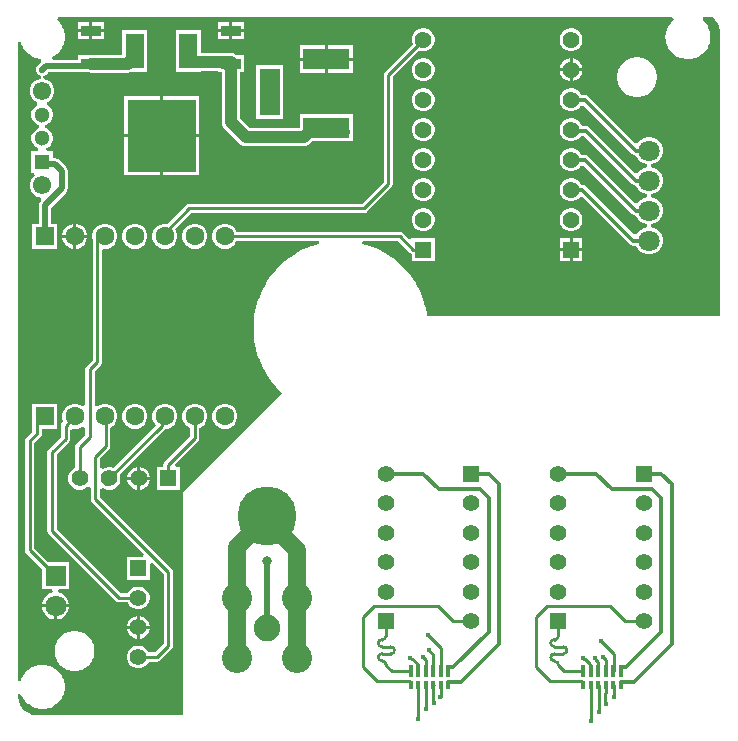
<source format=gbr>
%TF.GenerationSoftware,Altium Limited,Altium Designer,22.7.1 (60)*%
G04 Layer_Physical_Order=1*
G04 Layer_Color=255*
%FSLAX45Y45*%
%MOMM*%
%TF.SameCoordinates,61DBAAF2-DE87-4E8A-AD11-02536D302051*%
%TF.FilePolarity,Positive*%
%TF.FileFunction,Copper,L1,Top,Signal*%
%TF.Part,Single*%
G01*
G75*
%TA.AperFunction,Conductor*%
%ADD10C,0.25000*%
%TA.AperFunction,SMDPad,CuDef*%
%ADD11R,1.70000X0.95000*%
%ADD12R,1.60000X3.00000*%
%ADD13R,5.80000X6.20000*%
%ADD14R,0.38100X0.76200*%
%ADD15R,0.38100X1.01600*%
%TA.AperFunction,Conductor*%
%ADD16C,1.00000*%
%ADD17C,0.50000*%
%ADD18C,0.25400*%
%ADD19C,0.30000*%
%ADD20C,0.20320*%
%ADD21C,1.50000*%
%TA.AperFunction,ComponentPad*%
%ADD22C,1.55000*%
%ADD23C,1.30000*%
%ADD24R,1.30000X1.30000*%
%ADD25R,1.42500X1.42500*%
%ADD26C,1.42500*%
%ADD27C,1.80000*%
%ADD28R,4.00000X1.80000*%
%ADD29R,1.80000X4.00000*%
%ADD30C,1.40000*%
%ADD31R,1.40000X1.40000*%
%ADD32R,1.40000X1.40000*%
%ADD33C,2.25000*%
%ADD34C,2.55000*%
%ADD35C,1.60000*%
%ADD36R,1.60000X1.60000*%
%ADD37R,1.80000X1.80000*%
%TA.AperFunction,ViaPad*%
%ADD38C,0.38100*%
%ADD39C,0.56000*%
%ADD40C,0.45000*%
%ADD41C,5.00000*%
%ADD42C,0.80000*%
G36*
X6716244Y6730532D02*
X6740397Y6706729D01*
X6759497Y6678710D01*
X6772825Y6647529D01*
X6779879Y6614359D01*
X6780135Y6597407D01*
X6780691Y6594821D01*
X6780569Y6592178D01*
X6780701Y6591303D01*
Y4198097D01*
X4300376D01*
X4299953Y4202393D01*
X4299393Y4204237D01*
Y4206164D01*
X4285975Y4273620D01*
X4285238Y4275400D01*
X4285049Y4277318D01*
X4265084Y4343134D01*
X4264176Y4344834D01*
X4263800Y4346723D01*
X4237480Y4410265D01*
X4236409Y4411867D01*
X4235850Y4413712D01*
X4203428Y4474368D01*
X4202206Y4475858D01*
X4201468Y4477638D01*
X4163258Y4534824D01*
X4161895Y4536187D01*
X4160987Y4537887D01*
X4117354Y4591052D01*
X4115865Y4592275D01*
X4114794Y4593877D01*
X4066161Y4642510D01*
X4064559Y4643580D01*
X4063337Y4645070D01*
X4010171Y4688702D01*
X4008471Y4689611D01*
X4007109Y4690973D01*
X3949922Y4729184D01*
X3948142Y4729921D01*
X3946653Y4731144D01*
X3885996Y4763565D01*
X3884152Y4764125D01*
X3882550Y4765195D01*
X3819008Y4791515D01*
X3817118Y4791891D01*
X3815418Y4792800D01*
X3749603Y4812765D01*
X3753253Y4837421D01*
X4051954D01*
X4154344Y4735031D01*
X4166947Y4726611D01*
X4169311Y4726140D01*
Y4665849D01*
X4362611D01*
Y4859149D01*
X4169311D01*
Y4859150D01*
X4148656Y4850594D01*
X4095514Y4903736D01*
X4082911Y4912157D01*
X4068045Y4915114D01*
X2685508D01*
X2685016Y4916951D01*
X2671140Y4940985D01*
X2651517Y4960609D01*
X2627482Y4974485D01*
X2600676Y4981668D01*
X2572923D01*
X2546117Y4974485D01*
X2522082Y4960609D01*
X2502459Y4940985D01*
X2488583Y4916951D01*
X2481400Y4890144D01*
Y4862392D01*
X2488583Y4835585D01*
X2502459Y4811551D01*
X2522082Y4791927D01*
X2546117Y4778051D01*
X2572923Y4770868D01*
X2600676D01*
X2627482Y4778051D01*
X2651517Y4791927D01*
X2671140Y4811551D01*
X2685016Y4835585D01*
X2685508Y4837421D01*
X3382815D01*
X3386466Y4812764D01*
X3320650Y4792800D01*
X3318950Y4791891D01*
X3317061Y4791515D01*
X3253519Y4765195D01*
X3251917Y4764125D01*
X3250073Y4763565D01*
X3189416Y4731144D01*
X3187927Y4729921D01*
X3186147Y4729184D01*
X3128960Y4690973D01*
X3127598Y4689611D01*
X3125898Y4688702D01*
X3072732Y4645070D01*
X3071509Y4643580D01*
X3069908Y4642510D01*
X3021274Y4593877D01*
X3020204Y4592275D01*
X3018714Y4591052D01*
X2975082Y4537887D01*
X2974174Y4536187D01*
X2972811Y4534824D01*
X2934600Y4477638D01*
X2933863Y4475858D01*
X2932641Y4474368D01*
X2900219Y4413712D01*
X2899660Y4411867D01*
X2898589Y4410265D01*
X2872269Y4346723D01*
X2871893Y4344833D01*
X2870985Y4343134D01*
X2851020Y4277318D01*
X2850831Y4275400D01*
X2850094Y4273620D01*
X2836676Y4206164D01*
Y4204237D01*
X2836116Y4202393D01*
X2829375Y4133946D01*
X2829564Y4132028D01*
X2829188Y4130139D01*
Y4061361D01*
X2829564Y4059472D01*
X2829375Y4057554D01*
X2836116Y3989107D01*
X2836676Y3987263D01*
Y3985336D01*
X2850094Y3917880D01*
X2850831Y3916099D01*
X2851020Y3914182D01*
X2870985Y3848366D01*
X2871893Y3846666D01*
X2872269Y3844777D01*
X2898589Y3781235D01*
X2899660Y3779632D01*
X2900219Y3777788D01*
X2932641Y3717132D01*
X2933863Y3715642D01*
X2934600Y3713862D01*
X2972811Y3656675D01*
X2974174Y3655313D01*
X2975082Y3653613D01*
X3018714Y3600447D01*
X3020204Y3599225D01*
X3021274Y3597623D01*
X3069907Y3548990D01*
X3054553Y3529731D01*
X2231903Y2707080D01*
Y825500D01*
X959085Y825500D01*
X955743Y826160D01*
X924370Y839030D01*
X896073Y857719D01*
X871921Y881521D01*
X852822Y909539D01*
X839493Y940721D01*
X832440Y973890D01*
X832183Y990842D01*
X835694Y995998D01*
X842312Y997268D01*
X862730Y993272D01*
X864496Y992076D01*
X872678Y973544D01*
X874876Y970413D01*
X876421Y966912D01*
X893533Y942539D01*
X896300Y939897D01*
X898499Y936765D01*
X920038Y916198D01*
X923267Y914146D01*
X926034Y911504D01*
X951171Y895534D01*
X954739Y894151D01*
X957968Y892100D01*
X985738Y881341D01*
X989506Y880681D01*
X993074Y879298D01*
X1022409Y874164D01*
X1026235Y874252D01*
X1030003Y873593D01*
X1044438Y873926D01*
X1058536Y873925D01*
X1062289Y874672D01*
X1066115D01*
X1094643Y880346D01*
X1098178Y881810D01*
X1101931Y882556D01*
X1128804Y893687D01*
X1131986Y895813D01*
X1135520Y897277D01*
X1159705Y913437D01*
X1162411Y916142D01*
X1165592Y918268D01*
X1186160Y938836D01*
X1188285Y942017D01*
X1190991Y944723D01*
X1207150Y968907D01*
X1208615Y972442D01*
X1210740Y975623D01*
X1221871Y1002496D01*
X1222618Y1006249D01*
X1224082Y1009784D01*
X1229756Y1038313D01*
Y1042139D01*
X1230502Y1045891D01*
X1230502Y1060435D01*
X1230501Y1060439D01*
X1230502Y1074977D01*
X1229756Y1078729D01*
Y1082556D01*
X1224081Y1111085D01*
X1222617Y1114620D01*
X1221871Y1118372D01*
X1210740Y1145246D01*
X1208615Y1148427D01*
X1207150Y1151963D01*
X1190989Y1176149D01*
X1188284Y1178855D01*
X1186158Y1182036D01*
X1165590Y1202605D01*
X1162408Y1204730D01*
X1159703Y1207436D01*
X1135517Y1223596D01*
X1131981Y1225061D01*
X1128801Y1227186D01*
X1101927Y1238318D01*
X1098174Y1239064D01*
X1094639Y1240528D01*
X1066109Y1246203D01*
X1062283D01*
X1058531Y1246949D01*
X1044239Y1246949D01*
X1029992Y1247277D01*
X1026223Y1246617D01*
X1022398Y1246705D01*
X993064Y1241569D01*
X989496Y1240186D01*
X985727Y1239526D01*
X957958Y1228765D01*
X954730Y1226714D01*
X951162Y1225331D01*
X926026Y1209360D01*
X923258Y1206717D01*
X920029Y1204666D01*
X898492Y1184097D01*
X896294Y1180966D01*
X893527Y1178324D01*
X876416Y1153949D01*
X874871Y1150449D01*
X872673Y1147317D01*
X860646Y1120073D01*
X859813Y1116339D01*
X858268Y1112838D01*
X857018Y1107231D01*
X831618Y1110028D01*
Y6518094D01*
X857018Y6520891D01*
X859109Y6511515D01*
X860654Y6508015D01*
X861487Y6504281D01*
X873515Y6477037D01*
X875714Y6473906D01*
X877259Y6470406D01*
X894371Y6446032D01*
X897138Y6443390D01*
X899337Y6440258D01*
X920875Y6419691D01*
X924105Y6417639D01*
X926871Y6414997D01*
X952009Y6399027D01*
X955576Y6397645D01*
X958806Y6395593D01*
X986575Y6384834D01*
X990343Y6384174D01*
X993912Y6382792D01*
X1023247Y6377657D01*
X1024669Y6377690D01*
X1028845Y6373049D01*
X1031837Y6365118D01*
X1032952Y6351728D01*
X1015389Y6334165D01*
X1009609Y6331770D01*
X994587Y6316749D01*
X986458Y6297122D01*
Y6275878D01*
X994587Y6256251D01*
X1009609Y6241230D01*
X1026151Y6234378D01*
X1029235Y6233100D01*
X1027546Y6208400D01*
X1026311D01*
X1000140Y6201387D01*
X976676Y6187840D01*
X957517Y6168682D01*
X943970Y6145218D01*
X936958Y6119047D01*
Y6091953D01*
X943970Y6065782D01*
X957517Y6042318D01*
X976676Y6023159D01*
X995675Y6012190D01*
X995683Y6012169D01*
X997664Y5995150D01*
X995836Y5984469D01*
X984350Y5977838D01*
X967519Y5961007D01*
X955618Y5940393D01*
X949457Y5917401D01*
Y5893599D01*
X955618Y5870607D01*
X967519Y5849993D01*
X984350Y5833162D01*
X1004964Y5821261D01*
X1014714Y5818648D01*
Y5792352D01*
X1004965Y5789740D01*
X984351Y5777839D01*
X967520Y5761008D01*
X955618Y5740394D01*
X949458Y5717402D01*
Y5693599D01*
X955618Y5670608D01*
X967520Y5649994D01*
X984351Y5633163D01*
X1004964Y5621261D01*
X1001474Y5595901D01*
X949458D01*
Y5415101D01*
X973092D01*
X979897Y5389701D01*
X976676Y5387841D01*
X957518Y5368682D01*
X943970Y5345218D01*
X936958Y5319048D01*
Y5291953D01*
X943970Y5265782D01*
X957518Y5242318D01*
X976676Y5223160D01*
X1000140Y5209613D01*
X1021326Y5203936D01*
X1028516Y5189268D01*
X1030511Y5177200D01*
X1026464Y5173153D01*
X1015325Y5156482D01*
X1011413Y5136817D01*
Y4981667D01*
X957400D01*
Y4770868D01*
X1168200D01*
Y4981667D01*
X1114188D01*
Y5115532D01*
X1242836Y5244181D01*
X1253976Y5260852D01*
X1257887Y5280517D01*
Y5429250D01*
X1253976Y5448915D01*
X1242836Y5465586D01*
X1186904Y5521518D01*
X1170233Y5532658D01*
X1150568Y5536569D01*
X1130257D01*
Y5595901D01*
X1078242D01*
X1074751Y5621261D01*
X1095365Y5633163D01*
X1112196Y5649994D01*
X1124097Y5670608D01*
X1130258Y5693599D01*
Y5717402D01*
X1124097Y5740394D01*
X1112196Y5761008D01*
X1095365Y5777839D01*
X1074751Y5789740D01*
X1065001Y5792352D01*
Y5818649D01*
X1074750Y5821261D01*
X1095364Y5833162D01*
X1112195Y5849993D01*
X1124097Y5870607D01*
X1130257Y5893599D01*
Y5917401D01*
X1124097Y5940393D01*
X1112195Y5961007D01*
X1095364Y5977838D01*
X1083878Y5984469D01*
X1082051Y5995151D01*
X1084032Y6012170D01*
X1084040Y6012190D01*
X1103040Y6023159D01*
X1122198Y6042318D01*
X1135745Y6065782D01*
X1142758Y6091953D01*
Y6119047D01*
X1135745Y6145218D01*
X1122198Y6168682D01*
X1103040Y6187840D01*
X1079576Y6201387D01*
X1053405Y6208400D01*
X1052170D01*
X1050480Y6233100D01*
X1053564Y6234377D01*
X1070106Y6241230D01*
X1085128Y6256251D01*
X1086760Y6260190D01*
X1093432Y6266863D01*
X1341958D01*
Y6264100D01*
X1431324D01*
X1432674Y6263541D01*
X1452358Y6260950D01*
X1766784D01*
X1786468Y6263541D01*
X1801699Y6269850D01*
X1927184D01*
Y6620650D01*
X1716385D01*
Y6413051D01*
X1452358D01*
X1432674Y6410460D01*
X1431324Y6409900D01*
X1341958D01*
Y6369637D01*
X1129520D01*
X1124468Y6395037D01*
X1129641Y6397180D01*
X1132823Y6399306D01*
X1136358Y6400770D01*
X1160543Y6416930D01*
X1163248Y6419636D01*
X1166429Y6421761D01*
X1186997Y6442329D01*
X1189123Y6445510D01*
X1191828Y6448216D01*
X1207988Y6472401D01*
X1209452Y6475935D01*
X1211578Y6479117D01*
X1222709Y6505990D01*
X1223455Y6509742D01*
X1224920Y6513278D01*
X1230594Y6541806D01*
Y6545632D01*
X1231340Y6549384D01*
X1231340Y6563928D01*
X1231339Y6563932D01*
X1231339Y6578470D01*
X1230593Y6582222D01*
Y6586049D01*
X1224919Y6614578D01*
X1223454Y6618113D01*
X1222708Y6621866D01*
X1211577Y6648740D01*
X1209452Y6651920D01*
X1207987Y6655456D01*
X1191827Y6679642D01*
X1189121Y6682348D01*
X1186996Y6685529D01*
X1166925Y6705600D01*
X1167124Y6712771D01*
X1167689Y6718184D01*
X1170432Y6724332D01*
X1175353Y6731000D01*
X5559588Y6731000D01*
X6372816D01*
X6386279Y6708976D01*
X6386224Y6705600D01*
X6364819Y6685158D01*
X6362621Y6682027D01*
X6359853Y6679384D01*
X6342743Y6655009D01*
X6341198Y6651509D01*
X6338999Y6648378D01*
X6326972Y6621133D01*
X6326140Y6617399D01*
X6324595Y6613899D01*
X6318114Y6584831D01*
X6318026Y6581006D01*
X6317194Y6577272D01*
X6316851Y6562385D01*
X6316929Y6561937D01*
X6316841Y6561491D01*
X6316930Y6561043D01*
X6316851Y6560595D01*
X6317195Y6545709D01*
X6318028Y6541974D01*
X6318116Y6538150D01*
X6324598Y6509082D01*
X6326143Y6505582D01*
X6326976Y6501848D01*
X6339005Y6474604D01*
X6341203Y6471473D01*
X6342748Y6467973D01*
X6359860Y6443599D01*
X6362627Y6440957D01*
X6364826Y6437825D01*
X6386364Y6417258D01*
X6389594Y6415206D01*
X6392361Y6412564D01*
X6417498Y6396594D01*
X6421066Y6395212D01*
X6424295Y6393160D01*
X6452065Y6382401D01*
X6455833Y6381741D01*
X6459401Y6380359D01*
X6488736Y6375224D01*
X6492562Y6375313D01*
X6496330Y6374653D01*
X6510764Y6374986D01*
X6524863Y6374986D01*
X6528615Y6375732D01*
X6532442D01*
X6560970Y6381406D01*
X6564505Y6382870D01*
X6568258Y6383617D01*
X6595131Y6394747D01*
X6598312Y6396873D01*
X6601847Y6398337D01*
X6626032Y6414497D01*
X6628737Y6417203D01*
X6631919Y6419329D01*
X6652486Y6439896D01*
X6654612Y6443077D01*
X6657317Y6445783D01*
X6673477Y6469968D01*
X6674941Y6473502D01*
X6677067Y6476684D01*
X6688198Y6503557D01*
X6688944Y6507310D01*
X6690409Y6510845D01*
X6696083Y6539373D01*
Y6543199D01*
X6696829Y6546952D01*
X6696829Y6561495D01*
X6696828Y6561499D01*
X6696829Y6576037D01*
X6696082Y6579789D01*
Y6583616D01*
X6690408Y6612146D01*
X6688944Y6615680D01*
X6688197Y6619433D01*
X6677066Y6646307D01*
X6674941Y6649488D01*
X6673477Y6653024D01*
X6657316Y6677210D01*
X6654610Y6679916D01*
X6652485Y6683096D01*
X6631917Y6703665D01*
X6628735Y6705791D01*
X6630670Y6717170D01*
X6638069Y6731000D01*
X6715534D01*
X6716244Y6730532D01*
D02*
G37*
%LPC*%
G36*
X1562759Y6689900D02*
X1465059D01*
Y6629700D01*
X1562759D01*
Y6689900D01*
D02*
G37*
G36*
X2745650Y6689900D02*
X2647950D01*
Y6629700D01*
X2745650D01*
Y6689900D01*
D02*
G37*
G36*
X1439659Y6689900D02*
X1341959D01*
Y6629700D01*
X1439659D01*
Y6689900D01*
D02*
G37*
G36*
X2622550Y6689900D02*
X2524850D01*
Y6629700D01*
X2622550D01*
Y6689900D01*
D02*
G37*
G36*
X2745650Y6604300D02*
X2647950D01*
Y6544100D01*
X2745650D01*
Y6604300D01*
D02*
G37*
G36*
X2622550D02*
X2524850D01*
Y6544100D01*
X2622550D01*
Y6604300D01*
D02*
G37*
G36*
X1562759D02*
X1465059D01*
Y6544100D01*
X1562759D01*
Y6604300D01*
D02*
G37*
G36*
X1439659D02*
X1341959D01*
Y6544100D01*
X1439659D01*
Y6604300D01*
D02*
G37*
G36*
X5530686Y6637152D02*
X5505238D01*
X5480657Y6630565D01*
X5458617Y6617841D01*
X5440623Y6599847D01*
X5427899Y6577808D01*
X5421312Y6553226D01*
Y6527778D01*
X5427899Y6503197D01*
X5440623Y6481157D01*
X5458617Y6463163D01*
X5480657Y6450439D01*
X5505238Y6443852D01*
X5530686D01*
X5555268Y6450439D01*
X5577307Y6463163D01*
X5595301Y6481157D01*
X5608025Y6503197D01*
X5614612Y6527778D01*
Y6553226D01*
X5608025Y6577808D01*
X5595301Y6599847D01*
X5577307Y6617841D01*
X5555268Y6630565D01*
X5530686Y6637152D01*
D02*
G37*
G36*
X4278686Y6637150D02*
X4253238D01*
X4228657Y6630563D01*
X4206617Y6617839D01*
X4188623Y6599845D01*
X4175899Y6577805D01*
X4169312Y6553224D01*
Y6527776D01*
X4175559Y6504462D01*
X3941281Y6270184D01*
X3932861Y6257581D01*
X3929903Y6242715D01*
Y5333057D01*
X3747443Y5150597D01*
X2286000D01*
X2271134Y5147639D01*
X2258531Y5139219D01*
X2099225Y4979912D01*
X2092676Y4981667D01*
X2064924D01*
X2038117Y4974484D01*
X2014083Y4960608D01*
X1994459Y4940985D01*
X1980583Y4916950D01*
X1973400Y4890144D01*
Y4862391D01*
X1980583Y4835584D01*
X1994459Y4811550D01*
X2014083Y4791926D01*
X2038117Y4778050D01*
X2064924Y4770868D01*
X2092676D01*
X2119483Y4778050D01*
X2143517Y4791926D01*
X2163141Y4811550D01*
X2177017Y4835584D01*
X2184200Y4862391D01*
Y4890144D01*
X2177017Y4916950D01*
X2165714Y4936527D01*
X2302091Y5072903D01*
X3763534D01*
X3778400Y5075861D01*
X3791003Y5084281D01*
X3996219Y5289497D01*
X4004639Y5302100D01*
X4007597Y5316966D01*
Y6226625D01*
X4230827Y6449855D01*
X4253238Y6443850D01*
X4278686D01*
X4303267Y6450437D01*
X4325307Y6463161D01*
X4343301Y6481155D01*
X4356025Y6503195D01*
X4362612Y6527776D01*
Y6553224D01*
X4356025Y6577805D01*
X4343301Y6599845D01*
X4325307Y6617839D01*
X4303267Y6630563D01*
X4278686Y6637150D01*
D02*
G37*
G36*
X3670185Y6491401D02*
X3457486D01*
Y6388701D01*
X3670185D01*
Y6491401D01*
D02*
G37*
G36*
X3432086D02*
X3219386D01*
Y6388701D01*
X3432086D01*
Y6491401D01*
D02*
G37*
G36*
X5530685Y6383149D02*
X5530661D01*
Y6299199D01*
X5614611D01*
Y6299223D01*
X5608025Y6323805D01*
X5595300Y6345844D01*
X5577306Y6363838D01*
X5555267Y6376563D01*
X5530685Y6383149D01*
D02*
G37*
G36*
X5505261D02*
X5505237D01*
X5480656Y6376563D01*
X5458617Y6363838D01*
X5440622Y6345844D01*
X5427898Y6323805D01*
X5421311Y6299223D01*
Y6299199D01*
X5505261D01*
Y6383149D01*
D02*
G37*
G36*
X3670185Y6363301D02*
X3457486D01*
Y6260601D01*
X3670185D01*
Y6363301D01*
D02*
G37*
G36*
X3432086D02*
X3219386D01*
Y6260601D01*
X3432086D01*
Y6363301D01*
D02*
G37*
G36*
X4278685Y6383150D02*
X4253237D01*
X4228655Y6376563D01*
X4206616Y6363839D01*
X4188622Y6345844D01*
X4175898Y6323805D01*
X4169311Y6299224D01*
Y6273775D01*
X4175898Y6249194D01*
X4188622Y6227155D01*
X4206616Y6209160D01*
X4228655Y6196436D01*
X4253237Y6189849D01*
X4278685D01*
X4303266Y6196436D01*
X4325306Y6209160D01*
X4343300Y6227155D01*
X4356024Y6249194D01*
X4362611Y6273775D01*
Y6299224D01*
X4356024Y6323805D01*
X4343300Y6345844D01*
X4325306Y6363839D01*
X4303266Y6376563D01*
X4278685Y6383150D01*
D02*
G37*
G36*
X5614611Y6273799D02*
X5530661D01*
Y6189849D01*
X5530685D01*
X5555267Y6196436D01*
X5577306Y6209160D01*
X5595300Y6227155D01*
X5608025Y6249194D01*
X5614611Y6273775D01*
Y6273799D01*
D02*
G37*
G36*
X5505261D02*
X5421311D01*
Y6273775D01*
X5427898Y6249194D01*
X5440622Y6227155D01*
X5458617Y6209160D01*
X5480656Y6196436D01*
X5505237Y6189849D01*
X5505261D01*
Y6273799D01*
D02*
G37*
G36*
X6089088Y6391847D02*
X6063481D01*
X6059728Y6391100D01*
X6055902D01*
X6030786Y6386104D01*
X6027251Y6384640D01*
X6023499Y6383894D01*
X5999840Y6374094D01*
X5996660Y6371968D01*
X5993124Y6370504D01*
X5971832Y6356277D01*
X5969126Y6353571D01*
X5965946Y6351446D01*
X5947838Y6333339D01*
X5945713Y6330158D01*
X5943007Y6327452D01*
X5928780Y6306160D01*
X5927316Y6302625D01*
X5925190Y6299444D01*
X5915391Y6275785D01*
X5914645Y6272033D01*
X5913180Y6268498D01*
X5908184Y6243382D01*
Y6239555D01*
X5907438Y6235804D01*
Y6210196D01*
X5908185Y6206443D01*
Y6202618D01*
X5913180Y6177502D01*
X5914645Y6173966D01*
X5915391Y6170214D01*
X5925190Y6146556D01*
X5927316Y6143375D01*
X5928780Y6139840D01*
X5943007Y6118548D01*
X5945713Y6115842D01*
X5947838Y6112661D01*
X5965946Y6094554D01*
X5969126Y6092429D01*
X5971832Y6089723D01*
X5993124Y6075496D01*
X5996659Y6074031D01*
X5999841Y6071906D01*
X6023499Y6062106D01*
X6027251Y6061360D01*
X6030787Y6059895D01*
X6055902Y6054900D01*
X6059729D01*
X6063481Y6054153D01*
X6089088D01*
X6092841Y6054900D01*
X6096666D01*
X6121782Y6059895D01*
X6125318Y6061360D01*
X6129070Y6062106D01*
X6152728Y6071906D01*
X6155909Y6074031D01*
X6159445Y6075496D01*
X6180737Y6089723D01*
X6183442Y6092429D01*
X6186623Y6094554D01*
X6204731Y6112661D01*
X6206856Y6115842D01*
X6209562Y6118548D01*
X6223789Y6139840D01*
X6225253Y6143375D01*
X6227379Y6146556D01*
X6237178Y6170214D01*
X6237925Y6173967D01*
X6239389Y6177502D01*
X6244385Y6202618D01*
Y6206443D01*
X6245131Y6210196D01*
Y6235804D01*
X6244385Y6239556D01*
Y6243382D01*
X6239389Y6268498D01*
X6237925Y6272033D01*
X6237178Y6275785D01*
X6227378Y6299444D01*
X6225253Y6302625D01*
X6223789Y6306160D01*
X6209562Y6327452D01*
X6206856Y6330158D01*
X6204731Y6333339D01*
X6186623Y6351446D01*
X6183442Y6353571D01*
X6180737Y6356277D01*
X6159445Y6370504D01*
X6155909Y6371968D01*
X6152728Y6374094D01*
X6129070Y6383894D01*
X6125317Y6384640D01*
X6121783Y6386104D01*
X6096667Y6391100D01*
X6092841D01*
X6089088Y6391847D01*
D02*
G37*
G36*
X4278685Y6129151D02*
X4253237D01*
X4228656Y6122564D01*
X4206617Y6109840D01*
X4188622Y6091845D01*
X4175898Y6069806D01*
X4169311Y6045225D01*
Y6019776D01*
X4175898Y5995195D01*
X4188622Y5973156D01*
X4206617Y5955161D01*
X4228656Y5942437D01*
X4253237Y5935850D01*
X4278685D01*
X4303267Y5942437D01*
X4325306Y5955161D01*
X4343300Y5973156D01*
X4356025Y5995195D01*
X4362611Y6019776D01*
Y6045225D01*
X4356025Y6069806D01*
X4343300Y6091845D01*
X4325306Y6109840D01*
X4303267Y6122564D01*
X4278685Y6129151D01*
D02*
G37*
G36*
X3080184Y6321400D02*
X2849385D01*
Y5870600D01*
X3080184D01*
Y6321400D01*
D02*
G37*
G36*
X2365684Y6062650D02*
X2062984D01*
Y5739950D01*
X2365684D01*
Y6062650D01*
D02*
G37*
G36*
X2037584D02*
X1734884D01*
Y5739950D01*
X2037584D01*
Y6062650D01*
D02*
G37*
G36*
X4278683Y5875150D02*
X4253235D01*
X4228654Y5868563D01*
X4206615Y5855839D01*
X4188620Y5837845D01*
X4175896Y5815805D01*
X4169309Y5791224D01*
Y5765776D01*
X4175896Y5741195D01*
X4188620Y5719155D01*
X4206615Y5701161D01*
X4228654Y5688437D01*
X4253235Y5681850D01*
X4278683D01*
X4303265Y5688437D01*
X4325304Y5701161D01*
X4343298Y5719155D01*
X4356023Y5741195D01*
X4362609Y5765776D01*
Y5791224D01*
X4356023Y5815805D01*
X4343298Y5837845D01*
X4325304Y5855839D01*
X4303265Y5868563D01*
X4278683Y5875150D01*
D02*
G37*
G36*
X2384183Y6620649D02*
X2173384D01*
Y6269849D01*
X2384183D01*
Y6273949D01*
X2524850D01*
Y6264100D01*
X2559199D01*
Y5842000D01*
X2561791Y5822317D01*
X2569388Y5803975D01*
X2581474Y5788224D01*
X2708474Y5661224D01*
X2724225Y5649138D01*
X2742567Y5641541D01*
X2762250Y5638949D01*
X3253785D01*
X3273468Y5641541D01*
X3291810Y5649138D01*
X3307561Y5661224D01*
X3326937Y5680601D01*
X3589844D01*
X3594785Y5679950D01*
X3599726Y5680601D01*
X3670185D01*
Y5751059D01*
X3670835Y5756000D01*
X3670185Y5760941D01*
Y5911400D01*
X3219385D01*
Y5791051D01*
X2793751D01*
X2711301Y5873501D01*
Y6264100D01*
X2745650D01*
Y6409900D01*
X2681045D01*
X2673275Y6415862D01*
X2654933Y6423459D01*
X2635250Y6426051D01*
X2384183D01*
Y6620649D01*
D02*
G37*
G36*
X4278684Y5621151D02*
X4253236D01*
X4228654Y5614564D01*
X4206615Y5601840D01*
X4188621Y5583846D01*
X4175897Y5561807D01*
X4169310Y5537225D01*
Y5511777D01*
X4175897Y5487196D01*
X4188621Y5465156D01*
X4206615Y5447162D01*
X4228654Y5434438D01*
X4253236Y5427851D01*
X4278684D01*
X4303265Y5434438D01*
X4325305Y5447162D01*
X4343299Y5465156D01*
X4356023Y5487196D01*
X4362610Y5511777D01*
Y5537225D01*
X4356023Y5561807D01*
X4343299Y5583846D01*
X4325305Y5601840D01*
X4303265Y5614564D01*
X4278684Y5621151D01*
D02*
G37*
G36*
X5530685Y6129151D02*
X5505237D01*
X5480656Y6122564D01*
X5458616Y6109840D01*
X5440622Y6091845D01*
X5427898Y6069806D01*
X5421311Y6045225D01*
Y6019776D01*
X5427898Y5995195D01*
X5440622Y5973156D01*
X5458616Y5955161D01*
X5480656Y5942437D01*
X5505237Y5935850D01*
X5530685D01*
X5555267Y5942437D01*
X5577306Y5955161D01*
X5595300Y5973156D01*
X5596198Y5974710D01*
X5627648Y5978384D01*
X6035098Y5570934D01*
X6048461Y5562005D01*
X6064224Y5558869D01*
X6070454D01*
X6071352Y5555518D01*
X6086544Y5529203D01*
X6108030Y5507718D01*
X6134344Y5492525D01*
X6160251Y5485583D01*
X6160254Y5460539D01*
X6134345Y5453596D01*
X6108031Y5438404D01*
X6086545Y5416918D01*
X6084193Y5412843D01*
X6059010Y5409528D01*
X5671796Y5796742D01*
X5658433Y5805671D01*
X5642669Y5808807D01*
X5609899D01*
X5608023Y5815805D01*
X5595299Y5837845D01*
X5577305Y5855839D01*
X5555265Y5868563D01*
X5530684Y5875150D01*
X5505236D01*
X5480655Y5868563D01*
X5458615Y5855839D01*
X5440621Y5837845D01*
X5427897Y5815805D01*
X5421310Y5791224D01*
Y5765776D01*
X5427897Y5741195D01*
X5440621Y5719155D01*
X5458615Y5701161D01*
X5480655Y5688437D01*
X5505236Y5681850D01*
X5530684D01*
X5555265Y5688437D01*
X5577305Y5701161D01*
X5595299Y5719155D01*
X5599496Y5726424D01*
X5625607D01*
X6035097Y5316934D01*
X6048461Y5308005D01*
X6064224Y5304870D01*
X6070455D01*
X6071353Y5301518D01*
X6086545Y5275204D01*
X6108031Y5253718D01*
X6134345Y5238525D01*
X6160256Y5231583D01*
X6160257Y5206539D01*
X6134346Y5199596D01*
X6108031Y5184404D01*
X6086546Y5162918D01*
X6084193Y5158843D01*
X6059010Y5155528D01*
X5660912Y5553626D01*
X5647549Y5562555D01*
X5631785Y5565691D01*
X5605782D01*
X5595301Y5583844D01*
X5577307Y5601838D01*
X5555268Y5614563D01*
X5530686Y5621149D01*
X5505238D01*
X5480657Y5614563D01*
X5458617Y5601838D01*
X5440623Y5583844D01*
X5427899Y5561805D01*
X5421312Y5537223D01*
Y5511775D01*
X5427899Y5487194D01*
X5440623Y5465155D01*
X5458617Y5447160D01*
X5480657Y5434436D01*
X5505238Y5427849D01*
X5530686D01*
X5555268Y5434436D01*
X5577307Y5447160D01*
X5595301Y5465155D01*
X5596199Y5466709D01*
X5627649Y5470382D01*
X6035097Y5062934D01*
X6048460Y5054005D01*
X6064224Y5050870D01*
X6070455D01*
X6071353Y5047518D01*
X6086546Y5021204D01*
X6108031Y4999718D01*
X6134346Y4984525D01*
X6160257Y4977582D01*
X6160256Y4952539D01*
X6134345Y4945596D01*
X6108031Y4930404D01*
X6086545Y4908918D01*
X6079653Y4896981D01*
X6048912Y4891937D01*
X5641559Y5299290D01*
X5628195Y5308219D01*
X5612432Y5311355D01*
X5605976D01*
X5595300Y5329846D01*
X5577306Y5347840D01*
X5555267Y5360564D01*
X5530685Y5367151D01*
X5505237D01*
X5480656Y5360564D01*
X5458617Y5347840D01*
X5440622Y5329846D01*
X5427898Y5307807D01*
X5421311Y5283225D01*
Y5257777D01*
X5427898Y5233196D01*
X5440622Y5211156D01*
X5458617Y5193162D01*
X5480656Y5180438D01*
X5505237Y5173851D01*
X5530685D01*
X5555267Y5180438D01*
X5577306Y5193162D01*
X5595300Y5211156D01*
X5611105Y5213237D01*
X6015408Y4808934D01*
X6028772Y4800005D01*
X6044535Y4796870D01*
X6070455D01*
X6071353Y4793518D01*
X6086545Y4767204D01*
X6108031Y4745718D01*
X6134345Y4730525D01*
X6163695Y4722661D01*
X6194081D01*
X6223431Y4730525D01*
X6249745Y4745718D01*
X6271231Y4767204D01*
X6286424Y4793518D01*
X6294288Y4822868D01*
Y4853254D01*
X6286424Y4882604D01*
X6271231Y4908918D01*
X6249745Y4930404D01*
X6223431Y4945596D01*
X6197519Y4952539D01*
X6197520Y4977583D01*
X6223431Y4984525D01*
X6249745Y4999718D01*
X6271231Y5021204D01*
X6286424Y5047518D01*
X6294288Y5076868D01*
Y5107254D01*
X6286424Y5136604D01*
X6271231Y5162918D01*
X6249745Y5184404D01*
X6223431Y5199596D01*
X6197520Y5206539D01*
X6197519Y5231582D01*
X6223431Y5238525D01*
X6249745Y5253718D01*
X6271231Y5275204D01*
X6286424Y5301518D01*
X6294288Y5330868D01*
Y5361254D01*
X6286424Y5390604D01*
X6271231Y5416918D01*
X6249745Y5438404D01*
X6223431Y5453596D01*
X6197524Y5460538D01*
X6197521Y5485583D01*
X6223430Y5492525D01*
X6249744Y5507718D01*
X6271230Y5529203D01*
X6286423Y5555518D01*
X6294287Y5584868D01*
Y5615253D01*
X6286423Y5644603D01*
X6271230Y5670918D01*
X6249744Y5692403D01*
X6223430Y5707596D01*
X6194080Y5715460D01*
X6163694D01*
X6134344Y5707596D01*
X6108030Y5692403D01*
X6086544Y5670918D01*
X6084192Y5666844D01*
X6059009Y5663529D01*
X5660911Y6061627D01*
X5647548Y6070556D01*
X5631784Y6073692D01*
X5605781D01*
X5595300Y6091845D01*
X5577306Y6109840D01*
X5555267Y6122564D01*
X5530685Y6129151D01*
D02*
G37*
G36*
X2365684Y5714550D02*
X2062984D01*
Y5391851D01*
X2365684D01*
Y5714550D01*
D02*
G37*
G36*
X2037584D02*
X1734884D01*
Y5391851D01*
X2037584D01*
Y5714550D01*
D02*
G37*
G36*
X4278685Y5367151D02*
X4253237D01*
X4228655Y5360564D01*
X4206616Y5347840D01*
X4188622Y5329845D01*
X4175897Y5307806D01*
X4169311Y5283225D01*
Y5257776D01*
X4175897Y5233195D01*
X4188622Y5211156D01*
X4206616Y5193161D01*
X4228655Y5180437D01*
X4253237Y5173850D01*
X4278685D01*
X4303266Y5180437D01*
X4325305Y5193161D01*
X4343300Y5211156D01*
X4356024Y5233195D01*
X4362611Y5257776D01*
Y5283225D01*
X4356024Y5307806D01*
X4343300Y5329845D01*
X4325305Y5347840D01*
X4303266Y5360564D01*
X4278685Y5367151D01*
D02*
G37*
G36*
Y5113151D02*
X4253237D01*
X4228655Y5106564D01*
X4206616Y5093840D01*
X4188622Y5075846D01*
X4175897Y5053807D01*
X4169311Y5029225D01*
Y5003777D01*
X4175897Y4979196D01*
X4188622Y4957156D01*
X4206616Y4939162D01*
X4228655Y4926438D01*
X4253237Y4919851D01*
X4278685D01*
X4303266Y4926438D01*
X4325305Y4939162D01*
X4343300Y4957156D01*
X4356024Y4979196D01*
X4362611Y5003777D01*
Y5029225D01*
X4356024Y5053807D01*
X4343300Y5075846D01*
X4325305Y5093840D01*
X4303266Y5106564D01*
X4278685Y5113151D01*
D02*
G37*
G36*
X5530685Y5113150D02*
X5505237D01*
X5480656Y5106564D01*
X5458617Y5093839D01*
X5440622Y5075845D01*
X5427898Y5053806D01*
X5421311Y5029224D01*
Y5003776D01*
X5427898Y4979195D01*
X5440622Y4957156D01*
X5458617Y4939161D01*
X5480656Y4926437D01*
X5505237Y4919850D01*
X5530685D01*
X5555267Y4926437D01*
X5577306Y4939161D01*
X5595300Y4957156D01*
X5608025Y4979195D01*
X5614611Y5003776D01*
Y5029224D01*
X5608025Y5053806D01*
X5595300Y5075845D01*
X5577306Y5093839D01*
X5555267Y5106564D01*
X5530685Y5113150D01*
D02*
G37*
G36*
X1330676Y4981667D02*
X1329500D01*
Y4888967D01*
X1422200D01*
Y4890144D01*
X1415017Y4916950D01*
X1401141Y4940985D01*
X1381517Y4960608D01*
X1357483Y4974484D01*
X1330676Y4981667D01*
D02*
G37*
G36*
X1304100D02*
X1302924D01*
X1276117Y4974484D01*
X1252083Y4960608D01*
X1232459Y4940985D01*
X1218583Y4916950D01*
X1211400Y4890144D01*
Y4888967D01*
X1304100D01*
Y4981667D01*
D02*
G37*
G36*
X5614611Y4859150D02*
X5530661D01*
Y4775200D01*
X5614611D01*
Y4859150D01*
D02*
G37*
G36*
X5505261D02*
X5421311D01*
Y4775200D01*
X5505261D01*
Y4859150D01*
D02*
G37*
G36*
X1838676Y4981667D02*
X1810924D01*
X1784117Y4974484D01*
X1760083Y4960608D01*
X1740459Y4940985D01*
X1726583Y4916950D01*
X1719400Y4890144D01*
Y4862391D01*
X1726583Y4835584D01*
X1740459Y4811550D01*
X1760083Y4791926D01*
X1784117Y4778050D01*
X1810924Y4770868D01*
X1838676D01*
X1865483Y4778050D01*
X1889517Y4791926D01*
X1909141Y4811550D01*
X1923017Y4835584D01*
X1930200Y4862391D01*
Y4890144D01*
X1923017Y4916950D01*
X1909141Y4940985D01*
X1889517Y4960608D01*
X1865483Y4974484D01*
X1838676Y4981667D01*
D02*
G37*
G36*
X1422200Y4863567D02*
X1329500D01*
Y4770868D01*
X1330676D01*
X1357483Y4778050D01*
X1381517Y4791926D01*
X1401141Y4811550D01*
X1415017Y4835584D01*
X1422200Y4862391D01*
Y4863567D01*
D02*
G37*
G36*
X1304100D02*
X1211400D01*
Y4862391D01*
X1218583Y4835584D01*
X1232459Y4811550D01*
X1252083Y4791926D01*
X1276117Y4778050D01*
X1302924Y4770868D01*
X1304100D01*
Y4863567D01*
D02*
G37*
G36*
X2346677Y4981667D02*
X2318924D01*
X2292117Y4974484D01*
X2268083Y4960608D01*
X2248459Y4940984D01*
X2234583Y4916950D01*
X2227400Y4890143D01*
Y4862391D01*
X2234583Y4835584D01*
X2248459Y4811550D01*
X2268083Y4791926D01*
X2292117Y4778050D01*
X2318924Y4770867D01*
X2346677D01*
X2373483Y4778050D01*
X2397517Y4791926D01*
X2417141Y4811550D01*
X2431017Y4835584D01*
X2438200Y4862391D01*
Y4890143D01*
X2431017Y4916950D01*
X2417141Y4940984D01*
X2397517Y4960608D01*
X2373483Y4974484D01*
X2346677Y4981667D01*
D02*
G37*
G36*
X5614611Y4749800D02*
X5530661D01*
Y4665850D01*
X5614611D01*
Y4749800D01*
D02*
G37*
G36*
X5505261D02*
X5421311D01*
Y4665850D01*
X5505261D01*
Y4749800D01*
D02*
G37*
G36*
X1584676Y4981667D02*
X1556923D01*
X1530117Y4974484D01*
X1506083Y4960608D01*
X1486459Y4940985D01*
X1472583Y4916950D01*
X1465400Y4890144D01*
Y4862391D01*
X1468453Y4850996D01*
Y3829106D01*
X1416780Y3777433D01*
X1408359Y3764830D01*
X1405402Y3749964D01*
Y3447817D01*
X1386656Y3438371D01*
X1380002Y3436656D01*
X1357483Y3449657D01*
X1330676Y3456840D01*
X1302924D01*
X1276117Y3449657D01*
X1252083Y3435781D01*
X1232459Y3416157D01*
X1218583Y3392123D01*
X1211400Y3365316D01*
Y3337564D01*
X1218583Y3310757D01*
X1219534Y3309111D01*
X1210781Y3300359D01*
X1202361Y3287756D01*
X1199403Y3272890D01*
Y3179056D01*
X1095816Y3075469D01*
X1087395Y3062866D01*
X1084438Y3048000D01*
Y2381250D01*
X1087395Y2366384D01*
X1095816Y2353781D01*
X1663316Y1786282D01*
X1675918Y1777861D01*
X1690784Y1774904D01*
X1765805D01*
X1777196Y1755173D01*
X1794958Y1737411D01*
X1816712Y1724852D01*
X1840975Y1718350D01*
X1866094D01*
X1890358Y1724852D01*
X1912112Y1737411D01*
X1929874Y1755173D01*
X1942433Y1776927D01*
X1948935Y1801191D01*
Y1826310D01*
X1942433Y1850573D01*
X1929874Y1872327D01*
X1912112Y1890089D01*
X1890358Y1902649D01*
X1866094Y1909150D01*
X1840975D01*
X1816712Y1902649D01*
X1794958Y1890089D01*
X1777196Y1872327D01*
X1765805Y1852597D01*
X1706875D01*
X1162131Y2397341D01*
Y3031909D01*
X1265719Y3135497D01*
X1274139Y3148100D01*
X1277097Y3162965D01*
Y3232098D01*
X1297248Y3247561D01*
X1302924Y3246040D01*
X1330676D01*
X1357483Y3253223D01*
X1380002Y3266224D01*
X1386656Y3264510D01*
X1405402Y3255063D01*
Y3194555D01*
X1330067Y3119220D01*
X1321646Y3106617D01*
X1318689Y3091751D01*
Y2913480D01*
X1298959Y2902089D01*
X1281197Y2884327D01*
X1268637Y2862573D01*
X1262136Y2838310D01*
Y2813190D01*
X1268637Y2788927D01*
X1281197Y2767173D01*
X1298959Y2749411D01*
X1320713Y2736852D01*
X1344976Y2730350D01*
X1370095D01*
X1394359Y2736852D01*
X1416113Y2749411D01*
X1424837Y2758135D01*
X1450237Y2747614D01*
Y2650451D01*
X1453194Y2635586D01*
X1461615Y2622983D01*
X1901981Y2182616D01*
X1892261Y2159150D01*
X1758135D01*
Y1968350D01*
X1948934D01*
Y2102476D01*
X1972401Y2112196D01*
X2068688Y2015910D01*
Y1425092D01*
X1996194Y1352598D01*
X1941265D01*
X1929874Y1372328D01*
X1912112Y1390090D01*
X1890358Y1402650D01*
X1866095Y1409151D01*
X1840975D01*
X1816712Y1402650D01*
X1794958Y1390090D01*
X1777196Y1372328D01*
X1764637Y1350574D01*
X1758135Y1326311D01*
Y1301192D01*
X1764637Y1276929D01*
X1777196Y1255175D01*
X1794958Y1237413D01*
X1816712Y1224853D01*
X1840975Y1218352D01*
X1866095D01*
X1890358Y1224853D01*
X1912112Y1237413D01*
X1929874Y1255175D01*
X1941265Y1274905D01*
X2012285D01*
X2027150Y1277862D01*
X2039753Y1286283D01*
X2135003Y1381533D01*
X2143424Y1394136D01*
X2146381Y1409001D01*
Y2032000D01*
X2143424Y2046866D01*
X2135003Y2059469D01*
X1527930Y2666542D01*
Y2733228D01*
X1553330Y2744920D01*
X1556919Y2742522D01*
X1562980Y2741316D01*
X1570712Y2736852D01*
X1594976Y2730350D01*
X1620095D01*
X1644358Y2736852D01*
X1666112Y2749411D01*
X1683874Y2767173D01*
X1696434Y2788927D01*
X1702935Y2813190D01*
Y2838310D01*
X1697039Y2860316D01*
X2080515Y3243792D01*
X2082017Y3246041D01*
X2092677D01*
X2119483Y3253224D01*
X2143518Y3267100D01*
X2163141Y3286723D01*
X2177017Y3310758D01*
X2184200Y3337564D01*
Y3365317D01*
X2177017Y3392124D01*
X2163141Y3416158D01*
X2143518Y3435782D01*
X2119483Y3449658D01*
X2092677Y3456840D01*
X2064924D01*
X2038118Y3449658D01*
X2014083Y3435782D01*
X1994460Y3416158D01*
X1980584Y3392124D01*
X1973401Y3365317D01*
Y3337564D01*
X1980584Y3310758D01*
X1994460Y3286723D01*
X2004016Y3277167D01*
X1642101Y2915253D01*
X1620095Y2921150D01*
X1594976D01*
X1570712Y2914648D01*
X1553330Y2904613D01*
X1538095Y2909783D01*
X1527930Y2916981D01*
Y2993943D01*
X1604973Y3070986D01*
X1613394Y3083589D01*
X1616351Y3098455D01*
Y3256034D01*
X1635518Y3267100D01*
X1655141Y3286723D01*
X1669017Y3310758D01*
X1676200Y3337564D01*
Y3365317D01*
X1669017Y3392124D01*
X1655141Y3416158D01*
X1635518Y3435782D01*
X1611483Y3449658D01*
X1584677Y3456840D01*
X1556924D01*
X1530118Y3449658D01*
X1508495Y3437174D01*
X1498650Y3439963D01*
X1483095Y3448714D01*
Y3733873D01*
X1534768Y3785546D01*
X1543189Y3798149D01*
X1546146Y3813015D01*
Y4762598D01*
X1556924Y4770868D01*
X1584676D01*
X1611483Y4778050D01*
X1635517Y4791926D01*
X1655141Y4811550D01*
X1669017Y4835584D01*
X1676200Y4862391D01*
Y4890144D01*
X1669017Y4916950D01*
X1655141Y4940985D01*
X1635517Y4960608D01*
X1611483Y4974484D01*
X1584676Y4981667D01*
D02*
G37*
G36*
X1168201Y3456841D02*
X957401D01*
Y3246042D01*
X957401D01*
X955872Y3221274D01*
X905316Y3170719D01*
X896895Y3158116D01*
X893938Y3143250D01*
Y2220574D01*
X896895Y2205708D01*
X905316Y2193105D01*
X1037709Y2060713D01*
Y1884850D01*
X1126362D01*
X1129706Y1859450D01*
X1108565Y1853785D01*
X1082250Y1838592D01*
X1060765Y1817107D01*
X1045572Y1790792D01*
X1037708Y1761443D01*
Y1758950D01*
X1153107D01*
X1268507D01*
Y1761443D01*
X1260643Y1790792D01*
X1245450Y1817107D01*
X1223965Y1838592D01*
X1197650Y1853785D01*
X1176508Y1859450D01*
X1179853Y1884850D01*
X1268508D01*
Y2115650D01*
X1092646D01*
X971631Y2236665D01*
Y3127159D01*
X1026769Y3182298D01*
X1035190Y3194900D01*
X1038147Y3209766D01*
Y3246041D01*
X1168201D01*
Y3456841D01*
D02*
G37*
G36*
X1838677Y3456841D02*
X1810924D01*
X1784117Y3449658D01*
X1760083Y3435782D01*
X1740459Y3416158D01*
X1726583Y3392124D01*
X1719400Y3365317D01*
Y3337565D01*
X1726583Y3310758D01*
X1740459Y3286724D01*
X1760083Y3267100D01*
X1784117Y3253224D01*
X1810924Y3246041D01*
X1838677D01*
X1865483Y3253224D01*
X1889517Y3267100D01*
X1909141Y3286724D01*
X1923017Y3310758D01*
X1930200Y3337565D01*
Y3365317D01*
X1923017Y3392124D01*
X1909141Y3416158D01*
X1889517Y3435782D01*
X1865483Y3449658D01*
X1838677Y3456841D01*
D02*
G37*
G36*
X2600676Y3456840D02*
X2572924D01*
X2546117Y3449658D01*
X2522083Y3435782D01*
X2502459Y3416158D01*
X2488583Y3392124D01*
X2481400Y3365317D01*
Y3337564D01*
X2488583Y3310758D01*
X2502459Y3286723D01*
X2522083Y3267100D01*
X2546117Y3253224D01*
X2572924Y3246041D01*
X2600676D01*
X2627483Y3253224D01*
X2651517Y3267100D01*
X2671141Y3286723D01*
X2685017Y3310758D01*
X2692200Y3337564D01*
Y3365317D01*
X2685017Y3392124D01*
X2671141Y3416158D01*
X2651517Y3435782D01*
X2627483Y3449658D01*
X2600676Y3456840D01*
D02*
G37*
G36*
X1870235Y2921112D02*
Y2838450D01*
X1952897D01*
X1946433Y2862573D01*
X1933874Y2884327D01*
X1916112Y2902089D01*
X1894358Y2914648D01*
X1870235Y2921112D01*
D02*
G37*
G36*
X1844835D02*
X1820712Y2914648D01*
X1798958Y2902089D01*
X1781196Y2884327D01*
X1768637Y2862573D01*
X1762173Y2838450D01*
X1844835D01*
Y2921112D01*
D02*
G37*
G36*
X1952897Y2813050D02*
X1870235D01*
Y2730388D01*
X1894358Y2736852D01*
X1916112Y2749411D01*
X1933874Y2767173D01*
X1946433Y2788927D01*
X1952897Y2813050D01*
D02*
G37*
G36*
X1844835D02*
X1762173D01*
X1768637Y2788927D01*
X1781196Y2767173D01*
X1798958Y2749411D01*
X1820712Y2736852D01*
X1844835Y2730388D01*
Y2813050D01*
D02*
G37*
G36*
X2346677Y3456840D02*
X2318924D01*
X2292118Y3449657D01*
X2268083Y3435781D01*
X2248460Y3416158D01*
X2234584Y3392123D01*
X2227401Y3365317D01*
Y3337564D01*
X2234584Y3310757D01*
X2248460Y3286723D01*
X2268083Y3267099D01*
X2292118Y3253223D01*
X2293954Y3252731D01*
Y3185095D01*
X2077195Y2968336D01*
X2068774Y2955733D01*
X2065817Y2940868D01*
Y2921150D01*
X2012135D01*
Y2730350D01*
X2202934D01*
Y2921150D01*
X2175804D01*
X2165283Y2946550D01*
X2360269Y3141536D01*
X2368690Y3154139D01*
X2371647Y3169005D01*
Y3252731D01*
X2373483Y3253223D01*
X2397518Y3267099D01*
X2417141Y3286723D01*
X2431017Y3310757D01*
X2438200Y3337564D01*
Y3365317D01*
X2431017Y3392123D01*
X2417141Y3416158D01*
X2397518Y3435781D01*
X2373483Y3449657D01*
X2346677Y3456840D01*
D02*
G37*
G36*
X1268507Y1733550D02*
X1165807D01*
Y1630850D01*
X1168300D01*
X1197650Y1638714D01*
X1223965Y1653907D01*
X1245450Y1675393D01*
X1260643Y1701707D01*
X1268507Y1731057D01*
Y1733550D01*
D02*
G37*
G36*
X1140407D02*
X1037708D01*
Y1731057D01*
X1045572Y1701707D01*
X1060765Y1675393D01*
X1082250Y1653907D01*
X1108565Y1638714D01*
X1137915Y1630850D01*
X1140407D01*
Y1733550D01*
D02*
G37*
G36*
X1866235Y1659113D02*
Y1576451D01*
X1948897D01*
X1942433Y1600574D01*
X1929873Y1622328D01*
X1912111Y1640090D01*
X1890357Y1652649D01*
X1866235Y1659113D01*
D02*
G37*
G36*
X1840835D02*
X1816712Y1652649D01*
X1794958Y1640090D01*
X1777196Y1622328D01*
X1764636Y1600574D01*
X1758172Y1576451D01*
X1840835D01*
Y1659113D01*
D02*
G37*
G36*
X1948897Y1551051D02*
X1866235D01*
Y1468388D01*
X1890357Y1474852D01*
X1912111Y1487412D01*
X1929873Y1505174D01*
X1942433Y1526928D01*
X1948897Y1551051D01*
D02*
G37*
G36*
X1840835D02*
X1758172D01*
X1764636Y1526928D01*
X1777196Y1505174D01*
X1794958Y1487412D01*
X1816712Y1474852D01*
X1840835Y1468388D01*
Y1551051D01*
D02*
G37*
G36*
X1326588Y1534096D02*
X1300981D01*
X1297228Y1533350D01*
X1293402D01*
X1268286Y1528354D01*
X1264751Y1526890D01*
X1260999Y1526144D01*
X1237340Y1516344D01*
X1234160Y1514218D01*
X1230624Y1512754D01*
X1209332Y1498527D01*
X1206626Y1495821D01*
X1203446Y1493696D01*
X1185338Y1475589D01*
X1183213Y1472408D01*
X1180507Y1469702D01*
X1166280Y1448410D01*
X1164816Y1444875D01*
X1162690Y1441694D01*
X1152891Y1418035D01*
X1152145Y1414283D01*
X1150680Y1410748D01*
X1145684Y1385632D01*
Y1381805D01*
X1144938Y1378054D01*
Y1352446D01*
X1145685Y1348693D01*
Y1344868D01*
X1150680Y1319752D01*
X1152145Y1316216D01*
X1152891Y1312464D01*
X1162690Y1288806D01*
X1164816Y1285625D01*
X1166280Y1282090D01*
X1180507Y1260798D01*
X1183213Y1258092D01*
X1185338Y1254911D01*
X1203446Y1236804D01*
X1206626Y1234679D01*
X1209332Y1231973D01*
X1230624Y1217746D01*
X1234159Y1216281D01*
X1237341Y1214156D01*
X1260999Y1204356D01*
X1264751Y1203610D01*
X1268287Y1202145D01*
X1293402Y1197150D01*
X1297229D01*
X1300981Y1196403D01*
X1326588D01*
X1330341Y1197150D01*
X1334166D01*
X1359282Y1202145D01*
X1362818Y1203610D01*
X1366570Y1204356D01*
X1390228Y1214156D01*
X1393409Y1216281D01*
X1396945Y1217746D01*
X1418237Y1231973D01*
X1420942Y1234679D01*
X1424123Y1236804D01*
X1442231Y1254911D01*
X1444356Y1258092D01*
X1447062Y1260798D01*
X1461289Y1282090D01*
X1462753Y1285625D01*
X1464879Y1288806D01*
X1474678Y1312464D01*
X1475425Y1316217D01*
X1476889Y1319752D01*
X1481885Y1344868D01*
Y1348693D01*
X1482631Y1352446D01*
Y1378054D01*
X1481885Y1381806D01*
Y1385632D01*
X1476889Y1410748D01*
X1475425Y1414283D01*
X1474678Y1418035D01*
X1464878Y1441694D01*
X1462753Y1444875D01*
X1461289Y1448410D01*
X1447062Y1469702D01*
X1444356Y1472408D01*
X1442231Y1475589D01*
X1424123Y1493696D01*
X1420942Y1495821D01*
X1418237Y1498527D01*
X1396945Y1512754D01*
X1393409Y1514218D01*
X1390228Y1516344D01*
X1366570Y1526144D01*
X1362817Y1526890D01*
X1359283Y1528354D01*
X1334167Y1533350D01*
X1330341D01*
X1326588Y1534096D01*
D02*
G37*
%LPD*%
D10*
X5380160Y1460751D02*
G03*
X5410160Y1490751I0J30000D01*
G01*
X5375866Y1460751D02*
G03*
X5375866Y1400751I0J-30000D01*
G01*
X5453289Y1340751D02*
G03*
X5453289Y1400751I0J30000D01*
G01*
X5375866Y1340751D02*
G03*
X5375866Y1280751I0J-30000D01*
G01*
X5410160Y1250751D02*
G03*
X5380160Y1280751I-30000J0D01*
G01*
X3919660Y1460751D02*
G03*
X3949660Y1490751I0J30000D01*
G01*
X3915366Y1460751D02*
G03*
X3915366Y1400751I0J-30000D01*
G01*
X3992789Y1340751D02*
G03*
X3992789Y1400751I0J30000D01*
G01*
X3915366Y1340751D02*
G03*
X3915366Y1280751I0J-30000D01*
G01*
X3949660Y1250751D02*
G03*
X3919660Y1280751I-30000J0D01*
G01*
X4225618Y785037D02*
Y1079499D01*
X4225199Y784618D02*
X4225618Y785037D01*
X5410160Y1490751D02*
Y1587622D01*
X5375866Y1460751D02*
X5380160D01*
X5375866Y1400751D02*
X5453289D01*
X5375866Y1340751D02*
X5453289D01*
X5375866Y1280751D02*
X5380160D01*
X5410160Y1243388D02*
Y1250751D01*
Y1243388D02*
X5415298Y1238250D01*
X3949660Y1490751D02*
Y1587622D01*
X3915366Y1460751D02*
X3919660D01*
X3915366Y1400751D02*
X3992789D01*
X3915366Y1340751D02*
X3992789D01*
X3915366Y1280751D02*
X3919660D01*
X3949660Y1243388D02*
Y1250751D01*
Y1243388D02*
X3954798Y1238250D01*
X4414054Y976467D02*
Y1077437D01*
X4414847Y1078229D01*
X4411991Y974404D02*
X4414054Y976467D01*
X4352880Y922041D02*
Y1077965D01*
X4353517Y1078602D01*
X4352880Y922041D02*
X4353142Y921779D01*
X4289725Y1075673D02*
X4291335Y1077283D01*
X4289725Y870328D02*
Y1075673D01*
Y870328D02*
X4290333Y869721D01*
X5878974Y973897D02*
Y1074602D01*
Y973897D02*
X5881330Y971541D01*
X5875347Y1078229D02*
X5878974Y1074602D01*
X5718192Y1295816D02*
Y1301228D01*
Y1295816D02*
X5743068Y1270940D01*
X5787718Y1312286D02*
X5789027D01*
X5813118Y1288196D01*
X5743068Y1200351D02*
Y1270940D01*
Y1200351D02*
X5749618Y1193801D01*
X5809322Y1006044D02*
X5814017Y1010739D01*
Y1078602D01*
X5809322Y915924D02*
Y1006044D01*
Y915924D02*
X5812725Y912521D01*
X5751577Y1077026D02*
X5751835Y1077283D01*
X5751577Y853100D02*
Y1077026D01*
Y853100D02*
X5753537Y851140D01*
X5687493Y775242D02*
Y1078125D01*
X5686118Y1079499D02*
X5687493Y1078125D01*
Y775242D02*
X5688868Y773866D01*
X4267839Y1309503D02*
X4289118Y1288223D01*
X4267839Y1309503D02*
Y1313562D01*
X4289118Y1193801D02*
Y1288223D01*
X4313732Y1369554D02*
X4352618Y1330668D01*
X4313732Y1369554D02*
Y1373099D01*
X4352618Y1288196D02*
Y1330668D01*
Y1193800D02*
Y1288196D01*
X4308771Y1499617D02*
X4416117Y1392271D01*
Y1193801D02*
Y1392271D01*
X4388044Y1742788D02*
X4515348Y1615485D01*
X4671975D01*
X3849689Y1742788D02*
X4388044D01*
X3758581Y1651681D02*
X3849689Y1742788D01*
X4153228Y1105820D02*
X4162118Y1096930D01*
Y1079500D02*
Y1096930D01*
X3999248Y1193800D02*
X4162118D01*
X3991609Y1201439D02*
X3999248Y1193800D01*
X3758581Y1226169D02*
X3878930Y1105820D01*
X4153228D01*
X3758581Y1226169D02*
Y1651681D01*
X3954798Y1238250D02*
X3991609Y1201439D01*
X3949660Y1587622D02*
Y1615485D01*
X4159088Y1306357D02*
X4166588Y1298857D01*
X4174132D02*
X4219068Y1253922D01*
Y1200350D02*
X4225618Y1193800D01*
X4155030Y1306357D02*
X4159088D01*
X4166588Y1298857D02*
X4174132D01*
X4219068Y1200350D02*
Y1253922D01*
X5679568Y1200350D02*
Y1253922D01*
X5627088Y1298857D02*
X5634632D01*
X5615530Y1306357D02*
X5619588D01*
X5679568Y1200350D02*
X5686118Y1193800D01*
X5634632Y1298857D02*
X5679568Y1253922D01*
X5619588Y1306357D02*
X5627088Y1298857D01*
X5813118Y1193800D02*
Y1288196D01*
X5410160Y1587622D02*
Y1615485D01*
X5415298Y1238250D02*
X5452109Y1201439D01*
X5219081Y1226169D02*
Y1651681D01*
X5339430Y1105820D02*
X5613728D01*
X5219081Y1226169D02*
X5339430Y1105820D01*
X5452109Y1201439D02*
X5459748Y1193800D01*
X5622618D01*
X5880476Y1197660D02*
Y1342054D01*
X5772086Y1450444D02*
X5880476Y1342054D01*
X5622618Y1079500D02*
Y1096930D01*
X5876617Y1193801D02*
X5880476Y1197660D01*
X5613728Y1105820D02*
X5622618Y1096930D01*
X5219081Y1651681D02*
X5310189Y1742788D01*
X5848544D01*
X5975848Y1615485D02*
X6132475D01*
X5848544Y1742788D02*
X5975848Y1615485D01*
D11*
X1452359Y6617000D02*
D03*
X1452358Y6337000D02*
D03*
X2635250Y6617000D02*
D03*
Y6337000D02*
D03*
D12*
X1821785Y6445250D02*
D03*
X2278784Y6445249D02*
D03*
D13*
X2050284Y5727250D02*
D03*
D14*
X4162118Y1079500D02*
D03*
X4225617D02*
D03*
X4289118Y1079500D02*
D03*
X4352618Y1079500D02*
D03*
X4416118D02*
D03*
X4479618D02*
D03*
X5622618D02*
D03*
X5686117D02*
D03*
X5749618Y1079500D02*
D03*
X5813118Y1079500D02*
D03*
X5876618D02*
D03*
X5940118D02*
D03*
D15*
X4162118Y1193800D02*
D03*
X4225618D02*
D03*
X4289118Y1193801D02*
D03*
X4352618Y1193800D02*
D03*
X4416117Y1193801D02*
D03*
X4479618Y1193800D02*
D03*
X5622618D02*
D03*
X5686118D02*
D03*
X5749618Y1193801D02*
D03*
X5813118Y1193800D02*
D03*
X5876617Y1193801D02*
D03*
X5940118Y1193800D02*
D03*
D16*
X2308784Y6350000D02*
X2635250D01*
X2606000Y6334499D02*
X2635250Y6305249D01*
Y5842000D02*
Y6305249D01*
Y5842000D02*
X2762250Y5715000D01*
X3253785D01*
X1452358Y6337000D02*
X1766784D01*
X2278784Y6380000D02*
X2308784Y6350000D01*
X2278784Y6380000D02*
Y6445249D01*
X3444785Y5796000D02*
X3554785D01*
X3334785D02*
X3444785D01*
X3253785Y5715000D02*
X3334785Y5796000D01*
X1791785Y6372750D02*
X1821785Y6402750D01*
Y6445250D01*
X3554785Y5796000D02*
X3594785Y5756000D01*
D17*
X1766784Y6337000D02*
X1821785Y6392000D01*
Y6445250D01*
X1433607Y6318250D02*
X1452358Y6337000D01*
X1072147Y6318250D02*
X1433607D01*
X1040397Y6286500D02*
X1072147Y6318250D01*
X1039858Y6286500D02*
X1040397D01*
X1150568Y5485182D02*
X1206500Y5429250D01*
Y5280517D02*
Y5429250D01*
X1039857Y5505501D02*
X1060176Y5485182D01*
X1150568D01*
X1062800Y4876267D02*
Y5136817D01*
X1206500Y5280517D01*
X2942284Y1562000D02*
Y2101570D01*
D18*
X4181813Y4762500D02*
X4286250D01*
X2586799Y4876268D02*
X4068045D01*
X2559722D02*
X2586799D01*
X4068045D02*
X4181813Y4762500D01*
X3763534Y5111750D02*
X3968750Y5316966D01*
Y6242715D02*
X4266248Y6540214D01*
X3968750Y5316966D02*
Y6242715D01*
X1238250Y3162965D02*
Y3272890D01*
X1123285Y3048000D02*
X1238250Y3162965D01*
Y3272890D02*
X1316800Y3351440D01*
X2078800Y4876267D02*
Y4904550D01*
X2286000Y5111750D02*
X3763534D01*
X2078800Y4904550D02*
X2286000Y5111750D01*
X2104664Y2828621D02*
Y2940868D01*
Y2828621D02*
X2107535Y2825750D01*
X2104664Y2940868D02*
X2332801Y3169005D01*
Y3351440D01*
X2053046Y3325686D02*
X2078801Y3351441D01*
X2053046Y3271261D02*
Y3325686D01*
X1607535Y2825750D02*
X2053046Y3271261D01*
X1577504Y3098455D02*
Y3344737D01*
X1489083Y2650451D02*
Y3010034D01*
X1577504Y3098455D01*
X1570801Y3351441D02*
X1577504Y3344737D01*
X1489083Y2650451D02*
X2107535Y2032000D01*
X1444249Y3178464D02*
Y3749964D01*
X1357536Y3091751D02*
X1444249Y3178464D01*
Y3749964D02*
X1507300Y3813015D01*
X1357536Y2825750D02*
Y3091751D01*
X1507300Y3813015D02*
Y4876267D01*
X2107535Y1409001D02*
Y2032000D01*
X1853535Y1313751D02*
X2012285D01*
X2107535Y1409001D01*
X1123285Y2381250D02*
X1690784Y1813750D01*
X1853535D01*
X1123285Y2381250D02*
Y3048000D01*
X1571785Y2778411D02*
X1585386Y2792012D01*
X932785Y2220574D02*
Y3143250D01*
Y2220574D02*
X1153108Y2000250D01*
X932785Y3143250D02*
X999301Y3209766D01*
Y3351441D01*
D19*
X5517961Y6032501D02*
X5631784D01*
X5528845Y5767615D02*
X5642669D01*
X5517960Y5778500D02*
X5528845Y5767615D01*
X5518299Y5270163D02*
X5612432D01*
X5517961Y5270501D02*
X5518299Y5270163D01*
X5517962Y5524499D02*
X5631785D01*
X6044535Y4838061D02*
X6178888D01*
X5612432Y5270163D02*
X6044535Y4838061D01*
X6064224Y5092061D02*
X6178888D01*
X5631784Y6032501D02*
X6064224Y5600060D01*
X5642669Y5767615D02*
X6064224Y5346061D01*
X5631785Y5524499D02*
X6064224Y5092061D01*
X6064224Y5346061D02*
X6178888D01*
X6064224Y5600060D02*
X6178887D01*
X4671975Y2865485D02*
X4818880D01*
X3949660D02*
X4266661D01*
X4400961Y2731185D01*
X4744979D01*
X4819223Y2656941D01*
X4818880Y2865485D02*
X4910632Y2773733D01*
X4819223Y1528445D02*
Y2656941D01*
X4910632Y1425763D02*
Y2773733D01*
X4479618Y1221435D02*
X4485968Y1227785D01*
X4479618Y1193800D02*
Y1221435D01*
X4485968Y1104615D02*
X4589483D01*
X4479618Y1098265D02*
X4485968Y1104615D01*
X4479618Y1079500D02*
Y1098265D01*
X4518563Y1227785D02*
X4819223Y1528445D01*
X4589483Y1104615D02*
X4910632Y1425763D01*
X4485968Y1227785D02*
X4518563D01*
X5946468D02*
X5979063D01*
X6049983Y1104615D02*
X6371132Y1425763D01*
X5979063Y1227785D02*
X6279723Y1528445D01*
X5940118Y1079500D02*
Y1098265D01*
X5946468Y1104615D01*
X6049983D01*
X5940118Y1193800D02*
Y1221435D01*
X5946468Y1227785D01*
X6371132Y1425763D02*
Y2773733D01*
X6279723Y1528445D02*
Y2656941D01*
X6279380Y2865485D02*
X6371132Y2773733D01*
X6205479Y2731185D02*
X6279723Y2656941D01*
X5861461Y2731185D02*
X6205479D01*
X5727161Y2865485D02*
X5861461Y2731185D01*
X5410160Y2865485D02*
X5727161D01*
X6132475D02*
X6279380D01*
D20*
X4352618Y1079500D02*
X4353517Y1078602D01*
X4225617Y1079500D02*
X4225618Y1079499D01*
X4414847Y1078229D02*
X4416118Y1079500D01*
X4289118Y1079500D02*
X4291335Y1077283D01*
X5749618Y1079500D02*
X5751835Y1077283D01*
X5875347Y1078229D02*
X5876618Y1079500D01*
X5686117D02*
X5686118Y1079499D01*
X5813118Y1079500D02*
X5814017Y1078602D01*
D21*
X2942284Y2499383D02*
Y2508250D01*
X3196284Y1301749D02*
X3196285Y1301750D01*
Y1809749D02*
X3196285Y1809750D01*
X3196285Y1301750D02*
Y1809749D01*
X3196285Y1809750D02*
Y2216424D01*
X2688284Y1301750D02*
Y1809750D01*
Y2245382D01*
X2942284Y2470425D02*
Y2508250D01*
Y2470425D02*
X3196285Y2216424D01*
X2688284Y2245382D02*
X2942284Y2499383D01*
D22*
X1039858Y6105500D02*
D03*
X1039858Y5305500D02*
D03*
D23*
X1039857Y5905500D02*
D03*
X1039858Y5705501D02*
D03*
D24*
X1039857Y5505501D02*
D03*
D25*
X5517961Y4762500D02*
D03*
X4265961Y4762499D02*
D03*
D26*
X5517961Y5016500D02*
D03*
Y5270501D02*
D03*
X5517962Y5524499D02*
D03*
X5517960Y5778500D02*
D03*
X5517961Y6032501D02*
D03*
X5517961Y6286499D02*
D03*
X5517962Y6540502D02*
D03*
X4265961Y5016501D02*
D03*
Y5270501D02*
D03*
X4265960Y5524501D02*
D03*
X4265959Y5778500D02*
D03*
X4265961Y6032501D02*
D03*
X4265961Y6286499D02*
D03*
X4265962Y6540500D02*
D03*
D27*
X6178888Y4838061D02*
D03*
X6178888Y5092061D02*
D03*
X6178888Y5346061D02*
D03*
X6178887Y5600060D02*
D03*
X1153107Y1746250D02*
D03*
D28*
X3444785Y5796000D02*
D03*
X3444786Y6376001D02*
D03*
D29*
X2964785Y6096000D02*
D03*
D30*
X1853535Y1313751D02*
D03*
X1853535Y1563751D02*
D03*
X1853535Y1813750D02*
D03*
X1857535Y2825750D02*
D03*
X1607535D02*
D03*
X1357536D02*
D03*
X4671975Y2615485D02*
D03*
Y2365485D02*
D03*
Y2115485D02*
D03*
Y1865485D02*
D03*
Y1615485D02*
D03*
X3949660Y1865485D02*
D03*
X3949660Y2115485D02*
D03*
Y2365485D02*
D03*
Y2615485D02*
D03*
Y2865485D02*
D03*
X5410160Y1865485D02*
D03*
X5410160Y2115485D02*
D03*
Y2365485D02*
D03*
Y2615485D02*
D03*
Y2865485D02*
D03*
X6132475Y2615485D02*
D03*
Y2365485D02*
D03*
Y2115485D02*
D03*
Y1865485D02*
D03*
Y1615485D02*
D03*
D31*
X1853535Y2063750D02*
D03*
X4671975Y2865485D02*
D03*
X3949660Y1615485D02*
D03*
X5410160D02*
D03*
X6132475Y2865485D02*
D03*
D32*
X2107535Y2825750D02*
D03*
D33*
X2942284Y1555750D02*
D03*
D34*
X2688284Y1809750D02*
D03*
Y1301750D02*
D03*
X3196284Y1301749D02*
D03*
X3196285Y1809750D02*
D03*
D35*
X2586800Y3351441D02*
D03*
X2332801Y3351440D02*
D03*
X1824800Y3351441D02*
D03*
X1316800Y3351440D02*
D03*
X1570801Y3351441D02*
D03*
X2078801D02*
D03*
X2586799Y4876268D02*
D03*
X2332800Y4876267D02*
D03*
X1824800Y4876267D02*
D03*
X1316800D02*
D03*
X1570800D02*
D03*
X2078800D02*
D03*
D36*
X1062801Y3351441D02*
D03*
X1062800Y4876267D02*
D03*
D37*
X1153108Y2000250D02*
D03*
D38*
X1651000Y6508750D02*
D03*
Y6191250D02*
D03*
Y6032500D02*
D03*
Y5778500D02*
D03*
Y5651500D02*
D03*
X2508250Y6159500D02*
D03*
Y6000750D02*
D03*
X2540000Y5715000D02*
D03*
X2635250Y5619750D02*
D03*
X1472535Y6032500D02*
D03*
X4615785Y5619750D02*
D03*
X4044285Y5238750D02*
D03*
X4011051Y6637233D02*
D03*
X5822285Y6096000D02*
D03*
X2647285Y3892551D02*
D03*
X1948785Y4095750D02*
D03*
X2635250Y5397500D02*
D03*
Y5270500D02*
D03*
X2476500D02*
D03*
X2298035D02*
D03*
X2015300D02*
D03*
X1790035D02*
D03*
X1651000D02*
D03*
X2159000D02*
D03*
X1905000D02*
D03*
D39*
X1039858Y6286500D02*
D03*
D40*
X4225199Y784618D02*
D03*
X4411991Y974404D02*
D03*
X4353142Y921779D02*
D03*
X4290333Y869721D02*
D03*
X5881330Y971541D02*
D03*
X5787718Y1312286D02*
D03*
X5718192Y1301228D02*
D03*
X5812725Y912521D02*
D03*
X5753537Y851140D02*
D03*
X5688868Y773866D02*
D03*
X4267839Y1313562D02*
D03*
X4313732Y1373099D02*
D03*
X4308771Y1499617D02*
D03*
X4155030Y1306357D02*
D03*
X5615530D02*
D03*
X5770094Y1450444D02*
D03*
D41*
X2942284Y2508250D02*
D03*
D42*
Y2127250D02*
D03*
%TF.MD5,fbf0b0da1d4e4a2ca227e4f21123469a*%
M02*

</source>
